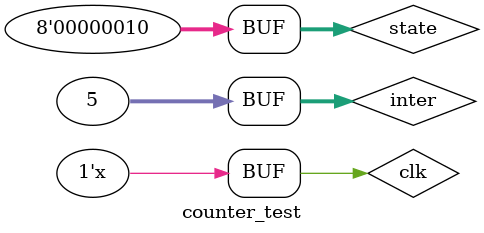
<source format=v>
`timescale 1ns / 1ps

`define STATE_RESET 8'd0
`define STATE_RUN 8'd1
`define STATE_HALT 8'd2

module counter_test
();

	reg			clk;
    reg  [7:0]		state;
    reg [31:0]		inter;

    wire [31:0]     counter;

	counter count32(
				.interval(inter),
				.state(state),
				.counter(counter),
				.clk(clk));

	always #10 clk=~clk;

	initial
	begin
		clk = 0;
		state=`STATE_RESET;
		#200 state=`STATE_RUN;
		#500 state=`STATE_HALT;
    end
	
	initial
	begin
		inter=8'd5;
	end


endmodule

</source>
